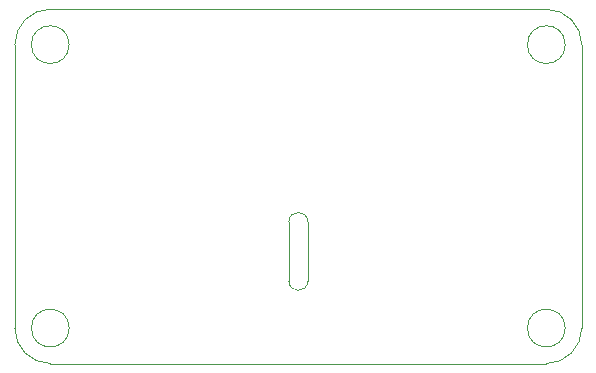
<source format=gbr>
%TF.GenerationSoftware,KiCad,Pcbnew,7.0.5*%
%TF.CreationDate,2023-07-02T21:33:01+09:00*%
%TF.ProjectId,robotrace_v2_Extended_UI,726f626f-7472-4616-9365-5f76325f4578,rev?*%
%TF.SameCoordinates,Original*%
%TF.FileFunction,Profile,NP*%
%FSLAX46Y46*%
G04 Gerber Fmt 4.6, Leading zero omitted, Abs format (unit mm)*
G04 Created by KiCad (PCBNEW 7.0.5) date 2023-07-02 21:33:01*
%MOMM*%
%LPD*%
G01*
G04 APERTURE LIST*
%TA.AperFunction,Profile*%
%ADD10C,0.100000*%
%TD*%
G04 APERTURE END LIST*
D10*
X148700000Y-114000000D02*
G75*
G03*
X150300000Y-114000000I800000J0D01*
G01*
X150300000Y-109000000D02*
X150300000Y-114000000D01*
X148700000Y-114000000D02*
X148700000Y-109000000D01*
X150300000Y-109000000D02*
G75*
G03*
X148700000Y-109000000I-800000J0D01*
G01*
X172098334Y-93992500D02*
G75*
G03*
X172098334Y-93992500I-1600000J0D01*
G01*
X128498334Y-90992500D02*
G75*
G03*
X125498334Y-93992500I-47J-2999953D01*
G01*
X130098334Y-93992500D02*
G75*
G03*
X130098334Y-93992500I-1600000J0D01*
G01*
X128500000Y-120992500D02*
X170500000Y-120992500D01*
X173500000Y-117992500D02*
X173500000Y-93992500D01*
X170500000Y-90992500D02*
X128500000Y-90992500D01*
X172100000Y-117992500D02*
G75*
G03*
X172100000Y-117992500I-1600000J0D01*
G01*
X125500000Y-93992500D02*
X125500000Y-117992500D01*
X130100000Y-117992500D02*
G75*
G03*
X130100000Y-117992500I-1600000J0D01*
G01*
X170500000Y-120992500D02*
G75*
G03*
X173500000Y-117992500I0J3000000D01*
G01*
X125500000Y-117992500D02*
G75*
G03*
X128500000Y-120992500I3000001J1D01*
G01*
X173501666Y-93992500D02*
G75*
G03*
X170500000Y-90990834I-3001666J0D01*
G01*
M02*

</source>
